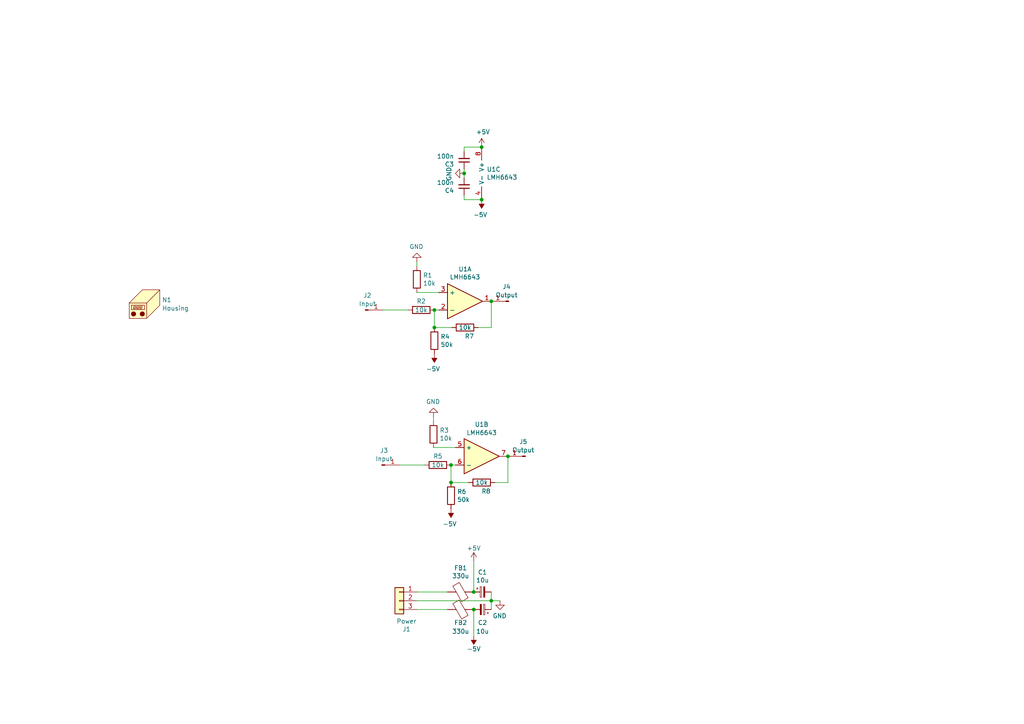
<source format=kicad_sch>
(kicad_sch (version 20250114) (generator "eeschema") (generator_version "9.0")
  (paper "A4")
  (lib_symbols
    (symbol "Connector:Conn_01x01_Pin" (pin_names (offset 1.016) (hide yes))
      (property "Reference" "J" (at 0 2.54 0))
      (property "Value" "Conn_01x01_Pin" (at 0 -2.54 0))
      (symbol "Conn_01x01_Pin_1_1"
        (rectangle (start 0.8636 0.127) (end 0 -0.127) (stroke (width 0.1524)) (fill (type outline)))
        (polyline (pts (xy 1.27 0) (xy 0.8636 0)) (stroke (width 0.1524)))
        (pin passive line (at 5.08 0 180) (length 3.81) (name "Pin_1") (number "1"))
      )
    )
    (symbol "Mechanical:Housing" (pin_names (offset 1.016))
      (property "Reference" "N" (at 3.81 0 0))
      (property "Value" "Housing" (at 3.81 -1.905 0))
      (symbol "Housing_0_1"
        (polyline (pts (xy -5.715 0) (xy -0.635 0) (xy 3.175 3.81)))
        (polyline (pts (xy -5.715 0) (xy -5.715 -4.445) (xy -0.635 -4.445) (xy 3.175 -0.635) (xy 3.175 3.81) (xy -1.905 3.81) (xy -5.715 0)) (fill (type background)))
        (rectangle (start -5.08 -0.635) (end -1.27 -1.905))
        (polyline (pts (xy -4.5212 -1.5748) (xy -4.4704 -1.3716)))
        (circle (center -4.445 -3.175) (radius 0.635) (fill (type outline)))
        (polyline (pts (xy -4.4196 -1.2192) (xy -4.3688 -0.9652)))
        (polyline (pts (xy -4.4196 -1.6764) (xy -4.064 -1.6764)))
        (polyline (pts (xy -4.318 -1.3208) (xy -4.0132 -1.3208)))
        (polyline (pts (xy -4.2164 -0.9144) (xy -3.9116 -0.9144)))
        (polyline (pts (xy -3.9116 -1.6256) (xy -3.8608 -1.3716)))
        (polyline (pts (xy -3.81 -1.2192) (xy -3.7592 -0.9652)))
        (polyline (pts (xy -3.6068 -1.5748) (xy -3.556 -1.3716)))
        (polyline (pts (xy -3.5052 -1.2192) (xy -3.4544 -0.9652)))
        (polyline (pts (xy -3.5052 -1.6764) (xy -3.1496 -1.6764)))
        (polyline (pts (xy -3.4036 -1.3208) (xy -3.0988 -1.3208)))
        (polyline (pts (xy -3.302 -0.9144) (xy -2.9972 -0.9144)))
        (polyline (pts (xy -2.9972 -1.6256) (xy -2.9464 -1.3716)))
        (polyline (pts (xy -2.8956 -1.2192) (xy -2.8448 -0.9652)))
        (polyline (pts (xy -2.6924 -1.5748) (xy -2.6416 -1.3716)))
        (polyline (pts (xy -2.5908 -1.2192) (xy -2.54 -0.9652)))
        (polyline (pts (xy -2.5908 -1.6764) (xy -2.2352 -1.6764)))
        (polyline (pts (xy -2.4892 -1.3208) (xy -2.1844 -1.3208)))
        (polyline (pts (xy -2.3876 -0.9144) (xy -2.0828 -0.9144)))
        (polyline (pts (xy -2.0828 -1.6256) (xy -2.032 -1.3716)))
        (polyline (pts (xy -1.9812 -1.2192) (xy -1.9304 -0.9652)))
        (circle (center -1.905 -3.175) (radius 0.635) (fill (type outline)))
        (polyline (pts (xy -0.635 0) (xy -0.635 -4.445)))
      )
    )
    (symbol "synkie_symbols:+5V" (power) (pin_names (offset 0))
      (property "Value" "synkie_symbols_+5V" (at 0 3.556 0))
      (symbol "+5V_0_1"
        (polyline (pts (xy -0.762 1.27) (xy 0 2.54)))
        (polyline (pts (xy 0 2.54) (xy 0.762 1.27)))
        (polyline (pts (xy 0 0) (xy 0 2.54)))
      )
      (symbol "+5V_1_1"
        (pin power_in line (at 0 0 90) (length 0) (hide yes) (name "+5V") (number "1"))
      )
    )
    (symbol "synkie_symbols:-5V" (power) (pin_names (offset 0))
      (property "Value" "synkie_symbols_-5V" (at 0 3.81 0))
      (symbol "-5V_0_0"
        (pin power_in line (at 0 0 90) (length 0) (hide yes) (name "-5V") (number "1"))
      )
      (symbol "-5V_0_1"
        (polyline (pts (xy 0 0) (xy 0 1.27) (xy 0.762 1.27) (xy 0 2.54) (xy -0.762 1.27) (xy 0 1.27)) (fill (type outline)))
      )
    )
    (symbol "synkie_symbols:CP_Small" (pin_numbers (hide yes)) (pin_names (offset 0.254) (hide yes))
      (property "Reference" "C" (at 0.254 1.778 0))
      (property "Value" "synkie_symbols_CP_Small" (at 0.254 -2.032 0))
      (symbol "CP_Small_0_1"
        (rectangle (start -1.524 0.6858) (end 1.524 0.3048))
        (rectangle (start -1.524 -0.3048) (end 1.524 -0.6858) (fill (type outline)))
        (polyline (pts (xy -1.27 1.524) (xy -0.762 1.524)))
        (polyline (pts (xy -1.016 1.27) (xy -1.016 1.778)))
      )
      (symbol "CP_Small_1_1"
        (pin passive line (at 0 2.54 270) (length 1.8542) (name "~") (number "1"))
        (pin passive line (at 0 -2.54 90) (length 1.8542) (name "~") (number "2"))
      )
    )
    (symbol "synkie_symbols:C_Small" (pin_numbers (hide yes)) (pin_names (offset 0.254) (hide yes))
      (property "Reference" "C" (at 0.254 1.778 0))
      (property "Value" "synkie_symbols_C_Small" (at 0.254 -2.032 0))
      (symbol "C_Small_0_1"
        (polyline (pts (xy -1.524 0.508) (xy 1.524 0.508)) (stroke (width 0.3048)))
        (polyline (pts (xy -1.524 -0.508) (xy 1.524 -0.508)) (stroke (width 0.3302)))
      )
      (symbol "C_Small_1_1"
        (pin passive line (at 0 2.54 270) (length 2.032) (name "~") (number "1"))
        (pin passive line (at 0 -2.54 90) (length 2.032) (name "~") (number "2"))
      )
    )
    (symbol "synkie_symbols:Conn_01x03" (pin_names (offset 1.016) (hide yes))
      (property "Reference" "J" (at 0 5.08 0))
      (property "Value" "synkie_symbols_Conn_01x03" (at 0 -5.08 0))
      (symbol "Conn_01x03_1_1"
        (rectangle (start -1.27 3.81) (end 1.27 -3.81) (stroke (width 0.254)) (fill (type background)))
        (rectangle (start -1.27 2.667) (end 0 2.413) (stroke (width 0.1524)))
        (rectangle (start -1.27 0.127) (end 0 -0.127) (stroke (width 0.1524)))
        (rectangle (start -1.27 -2.413) (end 0 -2.667) (stroke (width 0.1524)))
        (pin passive line (at -5.08 2.54 0) (length 3.81) (name "Pin_1") (number "1"))
        (pin passive line (at -5.08 0 0) (length 3.81) (name "Pin_2") (number "2"))
        (pin passive line (at -5.08 -2.54 0) (length 3.81) (name "Pin_3") (number "3"))
      )
    )
    (symbol "synkie_symbols:Ferrite_Bead" (pin_numbers (hide yes)) (pin_names (offset 0))
      (property "Reference" "FB" (at -3.81 0.635 90))
      (property "Value" "synkie_symbols_Ferrite_Bead" (at 3.81 0 90))
      (symbol "Ferrite_Bead_0_1"
        (polyline (pts (xy -2.7686 0.4064) (xy -1.7018 2.2606) (xy 2.7686 -0.3048) (xy 1.6764 -2.159) (xy -2.7686 0.4064)))
        (polyline (pts (xy 0 1.27) (xy 0 1.2954)))
        (polyline (pts (xy 0 -1.27) (xy 0 -1.2192)))
      )
      (symbol "Ferrite_Bead_1_1"
        (pin passive line (at 0 3.81 270) (length 2.54) (name "~") (number "1"))
        (pin passive line (at 0 -3.81 90) (length 2.54) (name "~") (number "2"))
      )
    )
    (symbol "synkie_symbols:GND" (power) (pin_names (offset 0))
      (property "Value" "synkie_symbols_GND" (at 0 -3.81 0))
      (symbol "GND_0_1"
        (polyline (pts (xy 0 0) (xy 0 -1.27) (xy 1.27 -1.27) (xy 0 -2.54) (xy -1.27 -1.27) (xy 0 -1.27)))
      )
      (symbol "GND_1_1"
        (pin power_in line (at 0 0 270) (length 0) (hide yes) (name "GND") (number "1"))
      )
    )
    (symbol "synkie_symbols:Opamp_Dual_Generic"
      (property "Reference" "U" (at 0 5.08 0))
      (property "Value" "synkie_symbols_Opamp_Dual_Generic" (at 0 -5.08 0))
      (symbol "Opamp_Dual_Generic_1_1"
        (polyline (pts (xy -5.08 5.08) (xy 5.08 0) (xy -5.08 -5.08) (xy -5.08 5.08)) (stroke (width 0.254)) (fill (type background)))
        (pin input line (at -7.62 2.54 0) (length 2.54) (name "+") (number "3"))
        (pin input line (at -7.62 -2.54 0) (length 2.54) (name "-") (number "2"))
        (pin output line (at 7.62 0 180) (length 2.54) (name "~") (number "1"))
      )
      (symbol "Opamp_Dual_Generic_2_1"
        (polyline (pts (xy -5.08 5.08) (xy 5.08 0) (xy -5.08 -5.08) (xy -5.08 5.08)) (stroke (width 0.254)) (fill (type background)))
        (pin input line (at -7.62 2.54 0) (length 2.54) (name "+") (number "5"))
        (pin input line (at -7.62 -2.54 0) (length 2.54) (name "-") (number "6"))
        (pin output line (at 7.62 0 180) (length 2.54) (name "~") (number "7"))
      )
      (symbol "Opamp_Dual_Generic_3_1"
        (pin power_in line (at -2.54 7.62 270) (length 3.81) (name "V+") (number "8"))
        (pin power_in line (at -2.54 -7.62 90) (length 3.81) (name "V-") (number "4"))
      )
    )
    (symbol "synkie_symbols:R" (pin_numbers (hide yes)) (pin_names (offset 0))
      (property "Reference" "R" (at 2.032 0 90))
      (property "Value" "synkie_symbols_R" (at 0 0 90))
      (symbol "R_0_1"
        (rectangle (start -1.016 -2.54) (end 1.016 2.54) (stroke (width 0.254)))
      )
      (symbol "R_1_1"
        (pin passive line (at 0 3.81 270) (length 1.27) (name "~") (number "1"))
        (pin passive line (at 0 -3.81 90) (length 1.27) (name "~") (number "2"))
      )
    )
  )
  (junction (at 125.984 89.916))
  (junction (at 137.414 171.704))
  (junction (at 134.62 50.292))
  (junction (at 147.32 132.334))
  (junction (at 125.984 94.996))
  (junction (at 142.494 87.376))
  (junction (at 139.7 42.672))
  (junction (at 130.81 139.954))
  (junction (at 130.81 134.874))
  (junction (at 137.414 176.784))
  (junction (at 139.7 57.912))
  (junction (at 142.494 174.244))
  (wire (pts (xy 127.254 84.836) (xy 120.904 84.836)))
  (wire (pts (xy 142.494 171.704) (xy 142.494 174.244)))
  (wire (pts (xy 142.494 94.996) (xy 142.494 87.376)))
  (wire (pts (xy 125.73 120.904) (xy 125.73 122.174)))
  (wire (pts (xy 138.684 94.996) (xy 142.494 94.996)))
  (wire (pts (xy 125.73 129.794) (xy 132.08 129.794)))
  (wire (pts (xy 142.494 174.244) (xy 142.494 176.784)))
  (wire (pts (xy 142.494 174.244) (xy 145.034 174.244)))
  (wire (pts (xy 120.904 75.946) (xy 120.904 77.216)))
  (wire (pts (xy 137.414 184.404) (xy 137.414 176.784)))
  (wire (pts (xy 134.62 49.022) (xy 134.62 50.292)))
  (wire (pts (xy 143.51 139.954) (xy 147.32 139.954)))
  (wire (pts (xy 137.414 162.814) (xy 137.414 171.704)))
  (wire (pts (xy 115.824 134.874) (xy 123.19 134.874)))
  (wire (pts (xy 120.904 176.784) (xy 129.794 176.784)))
  (wire (pts (xy 139.7 42.672) (xy 134.62 42.672)))
  (wire (pts (xy 120.904 174.244) (xy 142.494 174.244)))
  (wire (pts (xy 147.32 139.954) (xy 147.32 132.334)))
  (wire (pts (xy 134.62 57.912) (xy 134.62 56.642)))
  (wire (pts (xy 134.62 43.942) (xy 134.62 42.672)))
  (wire (pts (xy 135.89 139.954) (xy 130.81 139.954)))
  (wire (pts (xy 130.81 134.874) (xy 130.81 139.954)))
  (wire (pts (xy 130.81 134.874) (xy 132.08 134.874)))
  (wire (pts (xy 110.998 89.916) (xy 118.364 89.916)))
  (wire (pts (xy 125.984 89.916) (xy 125.984 94.996)))
  (wire (pts (xy 125.984 89.916) (xy 127.254 89.916)))
  (wire (pts (xy 131.064 94.996) (xy 125.984 94.996)))
  (wire (pts (xy 134.62 50.292) (xy 134.62 51.562)))
  (wire (pts (xy 139.7 57.912) (xy 134.62 57.912)))
  (wire (pts (xy 129.794 171.704) (xy 120.904 171.704)))
  (symbol (lib_id "synkie_symbols:Conn_01x03") (at 115.824 174.244 0) (mirror y) (unit 1)
    (property "Reference" "J1" (at 117.9068 182.499 0))
    (property "Value" "Power" (at 117.9068 180.1876 0))
    (property "Footprint" "synkie_footprints:Molex_KK-254_AE-6410-03A_1x03_P2.54mm_Vertical_SMD" (effects (hide yes)))
  )
  (symbol (lib_id "synkie_symbols:CP_Small") (at 139.954 171.704 90) (mirror x) (unit 1)
    (property "Reference" "C1" (at 139.954 165.989 90))
    (property "Value" "10u" (at 139.954 168.3004 90))
    (property "Footprint" "synkie_footprints:C_0805_2012Metric_Pad1.15x1.40mm_HandSolder" (effects (hide yes)))
  )
  (symbol (lib_id "synkie_symbols:Ferrite_Bead") (at 133.604 171.704 90) (mirror x) (unit 1)
    (property "Reference" "FB1" (at 133.604 164.7444 90))
    (property "Value" "330u" (at 133.604 167.0558 90))
    (property "Footprint" "synkie_footprints:L_0805_2012Metric_Pad1.15x1.40mm_HandSolder" (effects (hide yes)))
  )
  (symbol (lib_id "synkie_symbols:Ferrite_Bead") (at 133.604 176.784 90) (mirror x) (unit 1)
    (property "Reference" "FB2" (at 133.604 180.594 90))
    (property "Value" "330u" (at 133.604 183.134 90))
    (property "Footprint" "synkie_footprints:L_0805_2012Metric_Pad1.15x1.40mm_HandSolder" (effects (hide yes)))
  )
  (symbol (lib_id "synkie_symbols:CP_Small") (at 139.954 176.784 270) (mirror x) (unit 1)
    (property "Reference" "C2" (at 139.954 180.594 90))
    (property "Value" "10u" (at 139.954 183.134 90))
    (property "Footprint" "synkie_footprints:C_0805_2012Metric_Pad1.15x1.40mm_HandSolder" (effects (hide yes)))
  )
  (symbol (lib_id "synkie_symbols:GND") (at 145.034 174.244 0) (mirror y) (unit 1)
    (property "Reference" "#PWR03" (effects (hide yes)))
    (property "Value" "GND" (at 144.907 178.6382 0))
  )
  (symbol (lib_id "synkie_symbols:+5V") (at 137.414 162.814 0) (mirror y) (unit 1)
    (property "Reference" "#PWR01" (effects (hide yes)))
    (property "Value" "+5V" (at 137.414 159.004 0))
  )
  (symbol (lib_id "synkie_symbols:-5V") (at 137.414 184.404 0) (mirror x) (unit 1)
    (property "Reference" "#PWR02" (effects (hide yes)))
    (property "Value" "-5V" (at 137.414 188.214 0))
  )
  (symbol (lib_id "synkie_symbols:Opamp_Dual_Generic") (at 134.874 87.376 0) (unit 1)
    (property "Reference" "U1" (at 134.874 78.0542 0))
    (property "Value" "LMH6643" (at 134.874 80.3656 0))
    (property "Footprint" "synkie_footprints:SOIC-8_3.9x4.9mm_P1.27mm" (effects (hide yes)))
  )
  (symbol (lib_id "synkie_symbols:Opamp_Dual_Generic") (at 139.7 132.334 0) (unit 2)
    (property "Reference" "U1" (at 139.7 123.1095 0))
    (property "Value" "LMH6643" (at 139.7 125.5338 0))
    (property "Footprint" "synkie_footprints:SOIC-8_3.9x4.9mm_P1.27mm" (effects (hide yes)))
  )
  (symbol (lib_id "synkie_symbols:R") (at 120.904 81.026 0) (unit 1)
    (property "Reference" "R1" (at 122.682 79.8576 0) (effects (justify left)))
    (property "Value" "10k" (at 122.682 82.169 0) (effects (justify left)))
    (property "Footprint" "synkie_footprints:R_0805_2012Metric_Pad1.15x1.40mm_HandSolder" (effects (hide yes)))
  )
  (symbol (lib_id "synkie_symbols:GND") (at 120.904 75.946 180) (unit 1)
    (property "Reference" "#PWR04" (effects (hide yes)))
    (property "Value" "GND" (at 120.777 71.5518 0))
  )
  (symbol (lib_id "synkie_symbols:R") (at 122.174 89.916 270) (unit 1)
    (property "Reference" "R2" (at 122.174 87.376 90))
    (property "Value" "10k" (at 122.174 89.916 90))
    (property "Footprint" "synkie_footprints:R_0805_2012Metric_Pad1.15x1.40mm_HandSolder" (effects (hide yes)))
  )
  (symbol (lib_id "synkie_symbols:R") (at 134.874 94.996 270) (unit 1)
    (property "Reference" "R7" (at 136.144 97.536 90))
    (property "Value" "10k" (at 134.874 94.996 90))
    (property "Footprint" "synkie_footprints:R_0805_2012Metric_Pad1.15x1.40mm_HandSolder" (effects (hide yes)))
  )
  (symbol (lib_id "synkie_symbols:Opamp_Dual_Generic") (at 142.24 50.292 0) (unit 3)
    (property "Reference" "U1" (at 141.1732 49.1236 0) (effects (justify left)))
    (property "Value" "LMH6643" (at 141.1732 51.435 0) (effects (justify left)))
    (property "Footprint" "synkie_footprints:SOIC-8_3.9x4.9mm_P1.27mm" (effects (hide yes)))
  )
  (symbol (lib_id "synkie_symbols:C_Small") (at 134.62 46.482 180) (unit 1)
    (property "Reference" "C3" (at 131.699 47.6504 0) (effects (justify left)))
    (property "Value" "100n" (at 131.699 45.339 0) (effects (justify left)))
    (property "Footprint" "synkie_footprints:C_0603_1608Metric_Pad1.05x0.95mm_HandSolder" (effects (hide yes)))
  )
  (symbol (lib_id "synkie_symbols:C_Small") (at 134.62 54.102 180) (unit 1)
    (property "Reference" "C4" (at 131.699 55.2704 0) (effects (justify left)))
    (property "Value" "100n" (at 131.699 52.959 0) (effects (justify left)))
    (property "Footprint" "synkie_footprints:C_0603_1608Metric_Pad1.05x0.95mm_HandSolder" (effects (hide yes)))
  )
  (symbol (lib_id "synkie_symbols:+5V") (at 139.7 42.672 0) (unit 1)
    (property "Reference" "#PWR09" (effects (hide yes)))
    (property "Value" "+5V" (at 140.081 38.2778 0))
  )
  (symbol (lib_id "synkie_symbols:-5V") (at 139.7 57.912 180) (unit 1)
    (property "Reference" "#PWR010" (effects (hide yes)))
    (property "Value" "-5V" (at 139.319 62.3062 0))
  )
  (symbol (lib_id "synkie_symbols:GND") (at 134.62 50.292 270) (unit 1)
    (property "Reference" "#PWR08" (effects (hide yes)))
    (property "Value" "GND" (at 130.2258 50.419 0))
  )
  (symbol (lib_id "synkie_symbols:R") (at 125.984 98.806 0) (unit 1)
    (property "Reference" "R4" (at 127.762 97.6376 0) (effects (justify left)))
    (property "Value" "50k" (at 127.762 99.949 0) (effects (justify left)))
    (property "Footprint" "synkie_footprints:R_0805_2012Metric_Pad1.15x1.40mm_HandSolder" (effects (hide yes)))
  )
  (symbol (lib_id "synkie_symbols:-5V") (at 125.984 102.616 180) (unit 1)
    (property "Reference" "#PWR06" (effects (hide yes)))
    (property "Value" "-5V" (at 125.603 107.0102 0))
  )
  (symbol (lib_id "synkie_symbols:-5V") (at 130.81 147.574 180) (unit 1)
    (property "Reference" "#PWR07" (effects (hide yes)))
    (property "Value" "-5V" (at 130.429 151.9682 0))
  )
  (symbol (lib_id "synkie_symbols:R") (at 139.7 139.954 270) (unit 1)
    (property "Reference" "R8" (at 140.97 142.494 90))
    (property "Value" "10k" (at 139.7 139.954 90))
    (property "Footprint" "synkie_footprints:R_0805_2012Metric_Pad1.15x1.40mm_HandSolder" (effects (hide yes)))
  )
  (symbol (lib_id "Connector:Conn_01x01_Pin") (at 147.574 87.376 180) (unit 1)
    (property "Reference" "J4" (at 146.939 83.1553 0))
    (property "Value" "Output" (at 146.939 85.5796 0))
    (property "Footprint" "synkie_footprints:Solderpad-SYNKIEPAD-2mm" (effects (hide yes)))
    (property "Description" "Generic connector, single row, 01x01, script generated" (effects (hide yes)))
  )
  (symbol (lib_id "Connector:Conn_01x01_Pin") (at 110.744 134.874 0) (unit 1)
    (property "Reference" "J3" (at 111.379 130.6533 0))
    (property "Value" "Input" (at 111.379 133.0776 0))
    (property "Footprint" "synkie_footprints:Solderpad-SYNKIEPAD-2mm" (effects (hide yes)))
    (property "Description" "Generic connector, single row, 01x01, script generated" (effects (hide yes)))
  )
  (symbol (lib_id "synkie_symbols:R") (at 130.81 143.764 0) (unit 1)
    (property "Reference" "R6" (at 132.588 142.5956 0) (effects (justify left)))
    (property "Value" "50k" (at 132.588 144.907 0) (effects (justify left)))
    (property "Footprint" "synkie_footprints:R_0805_2012Metric_Pad1.15x1.40mm_HandSolder" (effects (hide yes)))
  )
  (symbol (lib_id "Connector:Conn_01x01_Pin") (at 105.918 89.916 0) (unit 1)
    (property "Reference" "J2" (at 106.553 85.6953 0))
    (property "Value" "Input" (at 106.553 88.1196 0))
    (property "Footprint" "synkie_footprints:Solderpad-SYNKIEPAD-2mm" (effects (hide yes)))
    (property "Description" "Generic connector, single row, 01x01, script generated" (effects (hide yes)))
  )
  (symbol (lib_id "synkie_symbols:GND") (at 125.73 120.904 180) (unit 1)
    (property "Reference" "#PWR05" (effects (hide yes)))
    (property "Value" "GND" (at 125.603 116.5098 0))
  )
  (symbol (lib_id "Connector:Conn_01x01_Pin") (at 152.4 132.334 180) (unit 1)
    (property "Reference" "J5" (at 151.765 128.1133 0))
    (property "Value" "Output" (at 151.765 130.5376 0))
    (property "Footprint" "synkie_footprints:Solderpad-SYNKIEPAD-2mm" (effects (hide yes)))
    (property "Description" "Generic connector, single row, 01x01, script generated" (effects (hide yes)))
  )
  (symbol (lib_id "synkie_symbols:R") (at 125.73 125.984 0) (unit 1)
    (property "Reference" "R3" (at 127.508 124.8156 0) (effects (justify left)))
    (property "Value" "10k" (at 127.508 127.127 0) (effects (justify left)))
    (property "Footprint" "synkie_footprints:R_0805_2012Metric_Pad1.15x1.40mm_HandSolder" (effects (hide yes)))
  )
  (symbol (lib_id "synkie_symbols:R") (at 127 134.874 270) (unit 1)
    (property "Reference" "R5" (at 127 132.334 90))
    (property "Value" "10k" (at 127 134.874 90))
    (property "Footprint" "synkie_footprints:R_0805_2012Metric_Pad1.15x1.40mm_HandSolder" (effects (hide yes)))
  )
  (symbol (lib_id "Mechanical:Housing") (at 43.18 87.884 0) (unit 1)
    (property "Reference" "N1" (at 46.99 86.9893 0) (effects (justify left)))
    (property "Value" "Housing" (at 46.99 89.4136 0) (effects (justify left)))
    (property "Footprint" "synkie_frontplate_footprints:Frontplate_10mm" (effects (hide yes)))
    (property "Description" "Housing" (effects (hide yes)))
  )
)
</source>
